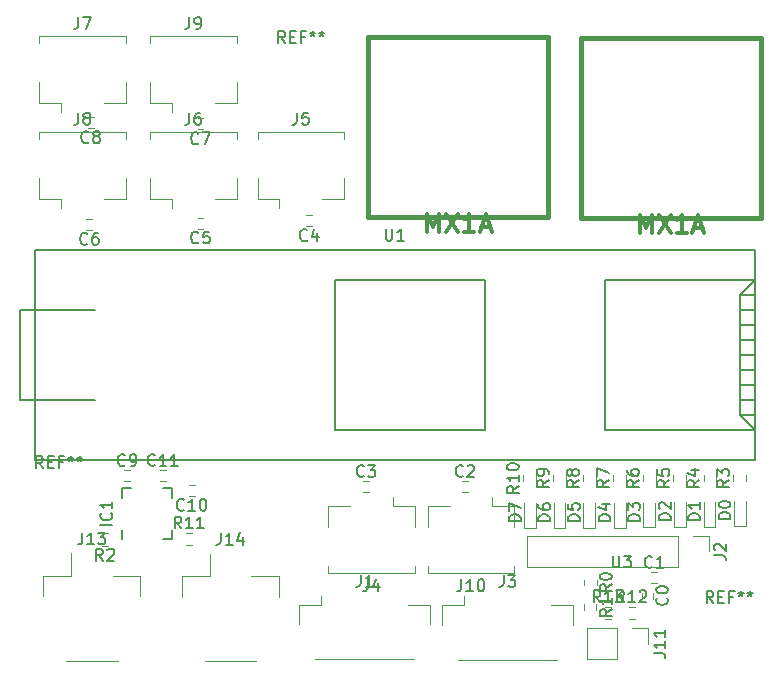
<source format=gbr>
G04 #@! TF.FileFunction,Legend,Top*
%FSLAX46Y46*%
G04 Gerber Fmt 4.6, Leading zero omitted, Abs format (unit mm)*
G04 Created by KiCad (PCBNEW 4.0.7) date Saturday, March 17, 2018 'PMt' 06:12:54 PM*
%MOMM*%
%LPD*%
G01*
G04 APERTURE LIST*
%ADD10C,0.100000*%
%ADD11C,0.381000*%
%ADD12C,0.120000*%
%ADD13C,0.150000*%
%ADD14C,0.304800*%
G04 APERTURE END LIST*
D10*
D11*
X125958600Y-78526640D02*
X110718600Y-78526640D01*
X110718600Y-78526640D02*
X110718600Y-63286640D01*
X110718600Y-63286640D02*
X125958600Y-63286640D01*
X125958600Y-63286640D02*
X125958600Y-78526640D01*
X107939840Y-78450440D02*
X92699840Y-78450440D01*
X92699840Y-78450440D02*
X92699840Y-63210440D01*
X92699840Y-63210440D02*
X107939840Y-63210440D01*
X107939840Y-63210440D02*
X107939840Y-78450440D01*
D12*
X65201520Y-110594960D02*
X65201520Y-108894960D01*
X65201520Y-108894960D02*
X67551520Y-108894960D01*
X67551520Y-108894960D02*
X67551520Y-106954960D01*
X73421520Y-110594960D02*
X73421520Y-108894960D01*
X73421520Y-108894960D02*
X71071520Y-108894960D01*
X67121520Y-116064960D02*
X71501520Y-116064960D01*
X76926160Y-110615280D02*
X76926160Y-108915280D01*
X76926160Y-108915280D02*
X79276160Y-108915280D01*
X79276160Y-108915280D02*
X79276160Y-106975280D01*
X85146160Y-110615280D02*
X85146160Y-108915280D01*
X85146160Y-108915280D02*
X82796160Y-108915280D01*
X78846160Y-116085280D02*
X83226160Y-116085280D01*
X123665360Y-104622120D02*
X124665360Y-104622120D01*
X124665360Y-104622120D02*
X124665360Y-102522120D01*
X123665360Y-104622120D02*
X123665360Y-102522120D01*
X121094880Y-104705940D02*
X122094880Y-104705940D01*
X122094880Y-104705940D02*
X122094880Y-102605940D01*
X121094880Y-104705940D02*
X121094880Y-102605940D01*
X118608220Y-104705940D02*
X119608220Y-104705940D01*
X119608220Y-104705940D02*
X119608220Y-102605940D01*
X118608220Y-104705940D02*
X118608220Y-102605940D01*
X116009800Y-104761820D02*
X117009800Y-104761820D01*
X117009800Y-104761820D02*
X117009800Y-102661820D01*
X116009800Y-104761820D02*
X116009800Y-102661820D01*
X113500000Y-104800000D02*
X114500000Y-104800000D01*
X114500000Y-104800000D02*
X114500000Y-102700000D01*
X113500000Y-104800000D02*
X113500000Y-102700000D01*
X110900000Y-104800000D02*
X111900000Y-104800000D01*
X111900000Y-104800000D02*
X111900000Y-102700000D01*
X110900000Y-104800000D02*
X110900000Y-102700000D01*
X108400000Y-104800000D02*
X109400000Y-104800000D01*
X109400000Y-104800000D02*
X109400000Y-102700000D01*
X108400000Y-104800000D02*
X108400000Y-102700000D01*
X105900000Y-104800000D02*
X106900000Y-104800000D01*
X106900000Y-104800000D02*
X106900000Y-102700000D01*
X105900000Y-104800000D02*
X105900000Y-102700000D01*
X86860040Y-112973200D02*
X86860040Y-111323200D01*
X86860040Y-111323200D02*
X88710040Y-111323200D01*
X88710040Y-111323200D02*
X88710040Y-110533200D01*
X97930040Y-112973200D02*
X97930040Y-111323200D01*
X97930040Y-111323200D02*
X96080040Y-111323200D01*
X88180040Y-115943200D02*
X96610040Y-115943200D01*
X106170000Y-105470000D02*
X106170000Y-108130000D01*
X118930000Y-105470000D02*
X106170000Y-105470000D01*
X118930000Y-108130000D02*
X106170000Y-108130000D01*
X118930000Y-105470000D02*
X118930000Y-108130000D01*
X120200000Y-105470000D02*
X121530000Y-105470000D01*
X121530000Y-105470000D02*
X121530000Y-106800000D01*
X98960600Y-112983360D02*
X98960600Y-111333360D01*
X98960600Y-111333360D02*
X100810600Y-111333360D01*
X100810600Y-111333360D02*
X100810600Y-110543360D01*
X110030600Y-112983360D02*
X110030600Y-111333360D01*
X110030600Y-111333360D02*
X108180600Y-111333360D01*
X100280600Y-115953360D02*
X108710600Y-115953360D01*
X111207240Y-113264640D02*
X111207240Y-115924640D01*
X113807240Y-113264640D02*
X111207240Y-113264640D01*
X113807240Y-115924640D02*
X111207240Y-115924640D01*
X113807240Y-113264640D02*
X113807240Y-115924640D01*
X115077240Y-113264640D02*
X116407240Y-113264640D01*
X116407240Y-113264640D02*
X116407240Y-114594640D01*
D13*
X71824960Y-101461680D02*
X72599960Y-101461680D01*
X76124960Y-105761680D02*
X75349960Y-105761680D01*
X76124960Y-101461680D02*
X75349960Y-101461680D01*
X71824960Y-105761680D02*
X71824960Y-104986680D01*
X76124960Y-105761680D02*
X76124960Y-104986680D01*
X76124960Y-101461680D02*
X76124960Y-102236680D01*
X71824960Y-101461680D02*
X71824960Y-102236680D01*
D12*
X116820000Y-110800000D02*
X116820000Y-110300000D01*
X115880000Y-110300000D02*
X115880000Y-110800000D01*
X117150000Y-108530000D02*
X116650000Y-108530000D01*
X116650000Y-109470000D02*
X117150000Y-109470000D01*
X101150000Y-100830000D02*
X100650000Y-100830000D01*
X100650000Y-101770000D02*
X101150000Y-101770000D01*
X92750000Y-100830000D02*
X92250000Y-100830000D01*
X92250000Y-101770000D02*
X92750000Y-101770000D01*
X87450000Y-79270000D02*
X87950000Y-79270000D01*
X87950000Y-78330000D02*
X87450000Y-78330000D01*
X78250000Y-79470000D02*
X78750000Y-79470000D01*
X78750000Y-78530000D02*
X78250000Y-78530000D01*
X68850000Y-79570000D02*
X69350000Y-79570000D01*
X69350000Y-78630000D02*
X68850000Y-78630000D01*
X78250000Y-71070000D02*
X78750000Y-71070000D01*
X78750000Y-70130000D02*
X78250000Y-70130000D01*
X68950000Y-70970000D02*
X69450000Y-70970000D01*
X69450000Y-70030000D02*
X68950000Y-70030000D01*
X72533320Y-99920960D02*
X72033320Y-99920960D01*
X72033320Y-100860960D02*
X72533320Y-100860960D01*
X77499400Y-102095400D02*
X77999400Y-102095400D01*
X77999400Y-101155400D02*
X77499400Y-101155400D01*
X75545760Y-99915880D02*
X75045760Y-99915880D01*
X75045760Y-100855880D02*
X75545760Y-100855880D01*
X112042520Y-109676200D02*
X112042520Y-109176200D01*
X110982520Y-109176200D02*
X110982520Y-109676200D01*
X112030000Y-111750000D02*
X112030000Y-111250000D01*
X110970000Y-111250000D02*
X110970000Y-111750000D01*
X70158800Y-106295600D02*
X70658800Y-106295600D01*
X70658800Y-105235600D02*
X70158800Y-105235600D01*
X123607420Y-100361940D02*
X123607420Y-100861940D01*
X124667420Y-100861940D02*
X124667420Y-100361940D01*
X121092820Y-100334000D02*
X121092820Y-100834000D01*
X122152820Y-100834000D02*
X122152820Y-100334000D01*
X118550280Y-100334000D02*
X118550280Y-100834000D01*
X119610280Y-100834000D02*
X119610280Y-100334000D01*
X115979800Y-100334000D02*
X115979800Y-100834000D01*
X117039800Y-100834000D02*
X117039800Y-100334000D01*
X113437260Y-100334000D02*
X113437260Y-100834000D01*
X114497260Y-100834000D02*
X114497260Y-100334000D01*
X110894720Y-100361940D02*
X110894720Y-100861940D01*
X111954720Y-100861940D02*
X111954720Y-100361940D01*
X108352180Y-100334000D02*
X108352180Y-100834000D01*
X109412180Y-100834000D02*
X109412180Y-100334000D01*
X105809640Y-100361940D02*
X105809640Y-100861940D01*
X106869640Y-100861940D02*
X106869640Y-100361940D01*
X77770800Y-105215280D02*
X77270800Y-105215280D01*
X77270800Y-106275280D02*
X77770800Y-106275280D01*
D13*
X102549960Y-96535240D02*
X102549960Y-83835240D01*
X89849960Y-83835240D02*
X89849960Y-96535240D01*
X89849960Y-96535240D02*
X102549960Y-96535240D01*
X89849960Y-83835240D02*
X102549960Y-83835240D01*
X124139960Y-95265240D02*
X125409960Y-95265240D01*
X124139960Y-93995240D02*
X125409960Y-93995240D01*
X124139960Y-92725240D02*
X125409960Y-92725240D01*
X124139960Y-91455240D02*
X125409960Y-91455240D01*
X124139960Y-90185240D02*
X125409960Y-90185240D01*
X124139960Y-88915240D02*
X125409960Y-88915240D01*
X124139960Y-87645240D02*
X125409960Y-87645240D01*
X124139960Y-86375240D02*
X125409960Y-86375240D01*
X124139960Y-85105240D02*
X125409960Y-85105240D01*
X125409960Y-96535240D02*
X124139960Y-95265240D01*
X124139960Y-95265240D02*
X124139960Y-85105240D01*
X124139960Y-85105240D02*
X125409960Y-83835240D01*
X125409960Y-83835240D02*
X112709960Y-83835240D01*
X112709960Y-83835240D02*
X112709960Y-96535240D01*
X112709960Y-96535240D02*
X125409960Y-96535240D01*
X125409960Y-81295240D02*
X64449960Y-81295240D01*
X64449960Y-99075240D02*
X125409960Y-99075240D01*
X64449960Y-93995240D02*
X63179960Y-93995240D01*
X63179960Y-93995240D02*
X63179960Y-86375240D01*
X63179960Y-86375240D02*
X64449960Y-86375240D01*
X69529960Y-86375240D02*
X64449960Y-86375240D01*
X69529960Y-93995240D02*
X64449960Y-93995240D01*
X125409960Y-81295240D02*
X125409960Y-99075240D01*
X64449960Y-99075240D02*
X64449960Y-81295240D01*
D12*
X96660000Y-104740000D02*
X96660000Y-102940000D01*
X96660000Y-102940000D02*
X94810000Y-102940000D01*
X94810000Y-102940000D02*
X94810000Y-102200000D01*
X89340000Y-104740000D02*
X89340000Y-102940000D01*
X89340000Y-102940000D02*
X91190000Y-102940000D01*
X96660000Y-108060000D02*
X96660000Y-108610000D01*
X96660000Y-108610000D02*
X89340000Y-108610000D01*
X89340000Y-108610000D02*
X89340000Y-108060000D01*
X83340000Y-75160000D02*
X83340000Y-76960000D01*
X83340000Y-76960000D02*
X85190000Y-76960000D01*
X85190000Y-76960000D02*
X85190000Y-77700000D01*
X90660000Y-75160000D02*
X90660000Y-76960000D01*
X90660000Y-76960000D02*
X88810000Y-76960000D01*
X83340000Y-71840000D02*
X83340000Y-71290000D01*
X83340000Y-71290000D02*
X90660000Y-71290000D01*
X90660000Y-71290000D02*
X90660000Y-71840000D01*
X74240000Y-75160000D02*
X74240000Y-76960000D01*
X74240000Y-76960000D02*
X76090000Y-76960000D01*
X76090000Y-76960000D02*
X76090000Y-77700000D01*
X81560000Y-75160000D02*
X81560000Y-76960000D01*
X81560000Y-76960000D02*
X79710000Y-76960000D01*
X74240000Y-71840000D02*
X74240000Y-71290000D01*
X74240000Y-71290000D02*
X81560000Y-71290000D01*
X81560000Y-71290000D02*
X81560000Y-71840000D01*
X64840000Y-67060000D02*
X64840000Y-68860000D01*
X64840000Y-68860000D02*
X66690000Y-68860000D01*
X66690000Y-68860000D02*
X66690000Y-69600000D01*
X72160000Y-67060000D02*
X72160000Y-68860000D01*
X72160000Y-68860000D02*
X70310000Y-68860000D01*
X64840000Y-63740000D02*
X64840000Y-63190000D01*
X64840000Y-63190000D02*
X72160000Y-63190000D01*
X72160000Y-63190000D02*
X72160000Y-63740000D01*
X64840000Y-75160000D02*
X64840000Y-76960000D01*
X64840000Y-76960000D02*
X66690000Y-76960000D01*
X66690000Y-76960000D02*
X66690000Y-77700000D01*
X72160000Y-75160000D02*
X72160000Y-76960000D01*
X72160000Y-76960000D02*
X70310000Y-76960000D01*
X64840000Y-71840000D02*
X64840000Y-71290000D01*
X64840000Y-71290000D02*
X72160000Y-71290000D01*
X72160000Y-71290000D02*
X72160000Y-71840000D01*
X74240000Y-67060000D02*
X74240000Y-68860000D01*
X74240000Y-68860000D02*
X76090000Y-68860000D01*
X76090000Y-68860000D02*
X76090000Y-69600000D01*
X81560000Y-67060000D02*
X81560000Y-68860000D01*
X81560000Y-68860000D02*
X79710000Y-68860000D01*
X74240000Y-63740000D02*
X74240000Y-63190000D01*
X74240000Y-63190000D02*
X81560000Y-63190000D01*
X81560000Y-63190000D02*
X81560000Y-63740000D01*
X105060000Y-104740000D02*
X105060000Y-102940000D01*
X105060000Y-102940000D02*
X103210000Y-102940000D01*
X103210000Y-102940000D02*
X103210000Y-102200000D01*
X97740000Y-104740000D02*
X97740000Y-102940000D01*
X97740000Y-102940000D02*
X99590000Y-102940000D01*
X105060000Y-108060000D02*
X105060000Y-108610000D01*
X105060000Y-108610000D02*
X97740000Y-108610000D01*
X97740000Y-108610000D02*
X97740000Y-108060000D01*
X115250000Y-111470000D02*
X114750000Y-111470000D01*
X114750000Y-112530000D02*
X115250000Y-112530000D01*
X113250000Y-111470000D02*
X112750000Y-111470000D01*
X112750000Y-112530000D02*
X113250000Y-112530000D01*
D13*
X113387135Y-107142061D02*
X113387135Y-107951585D01*
X113434754Y-108046823D01*
X113482373Y-108094442D01*
X113577611Y-108142061D01*
X113768088Y-108142061D01*
X113863326Y-108094442D01*
X113910945Y-108046823D01*
X113958564Y-107951585D01*
X113958564Y-107142061D01*
X114339516Y-107142061D02*
X114958564Y-107142061D01*
X114625230Y-107523013D01*
X114768088Y-107523013D01*
X114863326Y-107570632D01*
X114910945Y-107618251D01*
X114958564Y-107713490D01*
X114958564Y-107951585D01*
X114910945Y-108046823D01*
X114863326Y-108094442D01*
X114768088Y-108142061D01*
X114482373Y-108142061D01*
X114387135Y-108094442D01*
X114339516Y-108046823D01*
D14*
X115726028Y-79851069D02*
X115726028Y-78327069D01*
X116234028Y-79415640D01*
X116742028Y-78327069D01*
X116742028Y-79851069D01*
X117322599Y-78327069D02*
X118338599Y-79851069D01*
X118338599Y-78327069D02*
X117322599Y-79851069D01*
X119717457Y-79851069D02*
X118846600Y-79851069D01*
X119282028Y-79851069D02*
X119282028Y-78327069D01*
X119136885Y-78544783D01*
X118991743Y-78689926D01*
X118846600Y-78762497D01*
X120298029Y-79415640D02*
X121023743Y-79415640D01*
X120152886Y-79851069D02*
X120660886Y-78327069D01*
X121168886Y-79851069D01*
X97707268Y-79774869D02*
X97707268Y-78250869D01*
X98215268Y-79339440D01*
X98723268Y-78250869D01*
X98723268Y-79774869D01*
X99303839Y-78250869D02*
X100319839Y-79774869D01*
X100319839Y-78250869D02*
X99303839Y-79774869D01*
X101698697Y-79774869D02*
X100827840Y-79774869D01*
X101263268Y-79774869D02*
X101263268Y-78250869D01*
X101118125Y-78468583D01*
X100972983Y-78613726D01*
X100827840Y-78686297D01*
X102279269Y-79339440D02*
X103004983Y-79339440D01*
X102134126Y-79774869D02*
X102642126Y-78250869D01*
X103150126Y-79774869D01*
D13*
X68501997Y-105207341D02*
X68501997Y-105921627D01*
X68454377Y-106064484D01*
X68359139Y-106159722D01*
X68216282Y-106207341D01*
X68121044Y-106207341D01*
X69501997Y-106207341D02*
X68930568Y-106207341D01*
X69216282Y-106207341D02*
X69216282Y-105207341D01*
X69121044Y-105350198D01*
X69025806Y-105445436D01*
X68930568Y-105493055D01*
X69835330Y-105207341D02*
X70454378Y-105207341D01*
X70121044Y-105588293D01*
X70263902Y-105588293D01*
X70359140Y-105635912D01*
X70406759Y-105683531D01*
X70454378Y-105778770D01*
X70454378Y-106016865D01*
X70406759Y-106112103D01*
X70359140Y-106159722D01*
X70263902Y-106207341D01*
X69978187Y-106207341D01*
X69882949Y-106159722D01*
X69835330Y-106112103D01*
X80226637Y-105227661D02*
X80226637Y-105941947D01*
X80179017Y-106084804D01*
X80083779Y-106180042D01*
X79940922Y-106227661D01*
X79845684Y-106227661D01*
X81226637Y-106227661D02*
X80655208Y-106227661D01*
X80940922Y-106227661D02*
X80940922Y-105227661D01*
X80845684Y-105370518D01*
X80750446Y-105465756D01*
X80655208Y-105513375D01*
X82083780Y-105560994D02*
X82083780Y-106227661D01*
X81845684Y-105180042D02*
X81607589Y-105894328D01*
X82226637Y-105894328D01*
X123367741Y-104060215D02*
X122367741Y-104060215D01*
X122367741Y-103822120D01*
X122415360Y-103679262D01*
X122510598Y-103584024D01*
X122605836Y-103536405D01*
X122796312Y-103488786D01*
X122939170Y-103488786D01*
X123129646Y-103536405D01*
X123224884Y-103584024D01*
X123320122Y-103679262D01*
X123367741Y-103822120D01*
X123367741Y-104060215D01*
X122367741Y-102869739D02*
X122367741Y-102774500D01*
X122415360Y-102679262D01*
X122462979Y-102631643D01*
X122558217Y-102584024D01*
X122748693Y-102536405D01*
X122986789Y-102536405D01*
X123177265Y-102584024D01*
X123272503Y-102631643D01*
X123320122Y-102679262D01*
X123367741Y-102774500D01*
X123367741Y-102869739D01*
X123320122Y-102964977D01*
X123272503Y-103012596D01*
X123177265Y-103060215D01*
X122986789Y-103107834D01*
X122748693Y-103107834D01*
X122558217Y-103060215D01*
X122462979Y-103012596D01*
X122415360Y-102964977D01*
X122367741Y-102869739D01*
X120797261Y-104144035D02*
X119797261Y-104144035D01*
X119797261Y-103905940D01*
X119844880Y-103763082D01*
X119940118Y-103667844D01*
X120035356Y-103620225D01*
X120225832Y-103572606D01*
X120368690Y-103572606D01*
X120559166Y-103620225D01*
X120654404Y-103667844D01*
X120749642Y-103763082D01*
X120797261Y-103905940D01*
X120797261Y-104144035D01*
X120797261Y-102620225D02*
X120797261Y-103191654D01*
X120797261Y-102905940D02*
X119797261Y-102905940D01*
X119940118Y-103001178D01*
X120035356Y-103096416D01*
X120082975Y-103191654D01*
X118310601Y-104144035D02*
X117310601Y-104144035D01*
X117310601Y-103905940D01*
X117358220Y-103763082D01*
X117453458Y-103667844D01*
X117548696Y-103620225D01*
X117739172Y-103572606D01*
X117882030Y-103572606D01*
X118072506Y-103620225D01*
X118167744Y-103667844D01*
X118262982Y-103763082D01*
X118310601Y-103905940D01*
X118310601Y-104144035D01*
X117405839Y-103191654D02*
X117358220Y-103144035D01*
X117310601Y-103048797D01*
X117310601Y-102810701D01*
X117358220Y-102715463D01*
X117405839Y-102667844D01*
X117501077Y-102620225D01*
X117596315Y-102620225D01*
X117739172Y-102667844D01*
X118310601Y-103239273D01*
X118310601Y-102620225D01*
X115712181Y-104199915D02*
X114712181Y-104199915D01*
X114712181Y-103961820D01*
X114759800Y-103818962D01*
X114855038Y-103723724D01*
X114950276Y-103676105D01*
X115140752Y-103628486D01*
X115283610Y-103628486D01*
X115474086Y-103676105D01*
X115569324Y-103723724D01*
X115664562Y-103818962D01*
X115712181Y-103961820D01*
X115712181Y-104199915D01*
X114712181Y-103295153D02*
X114712181Y-102676105D01*
X115093133Y-103009439D01*
X115093133Y-102866581D01*
X115140752Y-102771343D01*
X115188371Y-102723724D01*
X115283610Y-102676105D01*
X115521705Y-102676105D01*
X115616943Y-102723724D01*
X115664562Y-102771343D01*
X115712181Y-102866581D01*
X115712181Y-103152296D01*
X115664562Y-103247534D01*
X115616943Y-103295153D01*
X113202381Y-104238095D02*
X112202381Y-104238095D01*
X112202381Y-104000000D01*
X112250000Y-103857142D01*
X112345238Y-103761904D01*
X112440476Y-103714285D01*
X112630952Y-103666666D01*
X112773810Y-103666666D01*
X112964286Y-103714285D01*
X113059524Y-103761904D01*
X113154762Y-103857142D01*
X113202381Y-104000000D01*
X113202381Y-104238095D01*
X112535714Y-102809523D02*
X113202381Y-102809523D01*
X112154762Y-103047619D02*
X112869048Y-103285714D01*
X112869048Y-102666666D01*
X110602381Y-104238095D02*
X109602381Y-104238095D01*
X109602381Y-104000000D01*
X109650000Y-103857142D01*
X109745238Y-103761904D01*
X109840476Y-103714285D01*
X110030952Y-103666666D01*
X110173810Y-103666666D01*
X110364286Y-103714285D01*
X110459524Y-103761904D01*
X110554762Y-103857142D01*
X110602381Y-104000000D01*
X110602381Y-104238095D01*
X109602381Y-102761904D02*
X109602381Y-103238095D01*
X110078571Y-103285714D01*
X110030952Y-103238095D01*
X109983333Y-103142857D01*
X109983333Y-102904761D01*
X110030952Y-102809523D01*
X110078571Y-102761904D01*
X110173810Y-102714285D01*
X110411905Y-102714285D01*
X110507143Y-102761904D01*
X110554762Y-102809523D01*
X110602381Y-102904761D01*
X110602381Y-103142857D01*
X110554762Y-103238095D01*
X110507143Y-103285714D01*
X108102381Y-104238095D02*
X107102381Y-104238095D01*
X107102381Y-104000000D01*
X107150000Y-103857142D01*
X107245238Y-103761904D01*
X107340476Y-103714285D01*
X107530952Y-103666666D01*
X107673810Y-103666666D01*
X107864286Y-103714285D01*
X107959524Y-103761904D01*
X108054762Y-103857142D01*
X108102381Y-104000000D01*
X108102381Y-104238095D01*
X107102381Y-102809523D02*
X107102381Y-103000000D01*
X107150000Y-103095238D01*
X107197619Y-103142857D01*
X107340476Y-103238095D01*
X107530952Y-103285714D01*
X107911905Y-103285714D01*
X108007143Y-103238095D01*
X108054762Y-103190476D01*
X108102381Y-103095238D01*
X108102381Y-102904761D01*
X108054762Y-102809523D01*
X108007143Y-102761904D01*
X107911905Y-102714285D01*
X107673810Y-102714285D01*
X107578571Y-102761904D01*
X107530952Y-102809523D01*
X107483333Y-102904761D01*
X107483333Y-103095238D01*
X107530952Y-103190476D01*
X107578571Y-103238095D01*
X107673810Y-103285714D01*
X105602381Y-104238095D02*
X104602381Y-104238095D01*
X104602381Y-104000000D01*
X104650000Y-103857142D01*
X104745238Y-103761904D01*
X104840476Y-103714285D01*
X105030952Y-103666666D01*
X105173810Y-103666666D01*
X105364286Y-103714285D01*
X105459524Y-103761904D01*
X105554762Y-103857142D01*
X105602381Y-104000000D01*
X105602381Y-104238095D01*
X104602381Y-103333333D02*
X104602381Y-102666666D01*
X105602381Y-103095238D01*
X92061707Y-108785581D02*
X92061707Y-109499867D01*
X92014087Y-109642724D01*
X91918849Y-109737962D01*
X91775992Y-109785581D01*
X91680754Y-109785581D01*
X93061707Y-109785581D02*
X92490278Y-109785581D01*
X92775992Y-109785581D02*
X92775992Y-108785581D01*
X92680754Y-108928438D01*
X92585516Y-109023676D01*
X92490278Y-109071295D01*
X121982381Y-107133333D02*
X122696667Y-107133333D01*
X122839524Y-107180953D01*
X122934762Y-107276191D01*
X122982381Y-107419048D01*
X122982381Y-107514286D01*
X122077619Y-106704762D02*
X122030000Y-106657143D01*
X121982381Y-106561905D01*
X121982381Y-106323809D01*
X122030000Y-106228571D01*
X122077619Y-106180952D01*
X122172857Y-106133333D01*
X122268095Y-106133333D01*
X122410952Y-106180952D01*
X122982381Y-106752381D01*
X122982381Y-106133333D01*
X104162267Y-108795741D02*
X104162267Y-109510027D01*
X104114647Y-109652884D01*
X104019409Y-109748122D01*
X103876552Y-109795741D01*
X103781314Y-109795741D01*
X104543219Y-108795741D02*
X105162267Y-108795741D01*
X104828933Y-109176693D01*
X104971791Y-109176693D01*
X105067029Y-109224312D01*
X105114648Y-109271931D01*
X105162267Y-109367170D01*
X105162267Y-109605265D01*
X105114648Y-109700503D01*
X105067029Y-109748122D01*
X104971791Y-109795741D01*
X104686076Y-109795741D01*
X104590838Y-109748122D01*
X104543219Y-109700503D01*
X116859621Y-115404163D02*
X117573907Y-115404163D01*
X117716764Y-115451783D01*
X117812002Y-115547021D01*
X117859621Y-115689878D01*
X117859621Y-115785116D01*
X117859621Y-114404163D02*
X117859621Y-114975592D01*
X117859621Y-114689878D02*
X116859621Y-114689878D01*
X117002478Y-114785116D01*
X117097716Y-114880354D01*
X117145335Y-114975592D01*
X117859621Y-113451782D02*
X117859621Y-114023211D01*
X117859621Y-113737497D02*
X116859621Y-113737497D01*
X117002478Y-113832735D01*
X117097716Y-113927973D01*
X117145335Y-114023211D01*
X71027341Y-104587870D02*
X70027341Y-104587870D01*
X70932103Y-103540251D02*
X70979722Y-103587870D01*
X71027341Y-103730727D01*
X71027341Y-103825965D01*
X70979722Y-103968823D01*
X70884484Y-104064061D01*
X70789246Y-104111680D01*
X70598770Y-104159299D01*
X70455912Y-104159299D01*
X70265436Y-104111680D01*
X70170198Y-104064061D01*
X70074960Y-103968823D01*
X70027341Y-103825965D01*
X70027341Y-103730727D01*
X70074960Y-103587870D01*
X70122579Y-103540251D01*
X71027341Y-102587870D02*
X71027341Y-103159299D01*
X71027341Y-102873585D02*
X70027341Y-102873585D01*
X70170198Y-102968823D01*
X70265436Y-103064061D01*
X70313055Y-103159299D01*
X117977143Y-110716666D02*
X118024762Y-110764285D01*
X118072381Y-110907142D01*
X118072381Y-111002380D01*
X118024762Y-111145238D01*
X117929524Y-111240476D01*
X117834286Y-111288095D01*
X117643810Y-111335714D01*
X117500952Y-111335714D01*
X117310476Y-111288095D01*
X117215238Y-111240476D01*
X117120000Y-111145238D01*
X117072381Y-111002380D01*
X117072381Y-110907142D01*
X117120000Y-110764285D01*
X117167619Y-110716666D01*
X117072381Y-110097619D02*
X117072381Y-110002380D01*
X117120000Y-109907142D01*
X117167619Y-109859523D01*
X117262857Y-109811904D01*
X117453333Y-109764285D01*
X117691429Y-109764285D01*
X117881905Y-109811904D01*
X117977143Y-109859523D01*
X118024762Y-109907142D01*
X118072381Y-110002380D01*
X118072381Y-110097619D01*
X118024762Y-110192857D01*
X117977143Y-110240476D01*
X117881905Y-110288095D01*
X117691429Y-110335714D01*
X117453333Y-110335714D01*
X117262857Y-110288095D01*
X117167619Y-110240476D01*
X117120000Y-110192857D01*
X117072381Y-110097619D01*
X116733334Y-108087143D02*
X116685715Y-108134762D01*
X116542858Y-108182381D01*
X116447620Y-108182381D01*
X116304762Y-108134762D01*
X116209524Y-108039524D01*
X116161905Y-107944286D01*
X116114286Y-107753810D01*
X116114286Y-107610952D01*
X116161905Y-107420476D01*
X116209524Y-107325238D01*
X116304762Y-107230000D01*
X116447620Y-107182381D01*
X116542858Y-107182381D01*
X116685715Y-107230000D01*
X116733334Y-107277619D01*
X117685715Y-108182381D02*
X117114286Y-108182381D01*
X117400000Y-108182381D02*
X117400000Y-107182381D01*
X117304762Y-107325238D01*
X117209524Y-107420476D01*
X117114286Y-107468095D01*
X100733334Y-100387143D02*
X100685715Y-100434762D01*
X100542858Y-100482381D01*
X100447620Y-100482381D01*
X100304762Y-100434762D01*
X100209524Y-100339524D01*
X100161905Y-100244286D01*
X100114286Y-100053810D01*
X100114286Y-99910952D01*
X100161905Y-99720476D01*
X100209524Y-99625238D01*
X100304762Y-99530000D01*
X100447620Y-99482381D01*
X100542858Y-99482381D01*
X100685715Y-99530000D01*
X100733334Y-99577619D01*
X101114286Y-99577619D02*
X101161905Y-99530000D01*
X101257143Y-99482381D01*
X101495239Y-99482381D01*
X101590477Y-99530000D01*
X101638096Y-99577619D01*
X101685715Y-99672857D01*
X101685715Y-99768095D01*
X101638096Y-99910952D01*
X101066667Y-100482381D01*
X101685715Y-100482381D01*
X92333334Y-100387143D02*
X92285715Y-100434762D01*
X92142858Y-100482381D01*
X92047620Y-100482381D01*
X91904762Y-100434762D01*
X91809524Y-100339524D01*
X91761905Y-100244286D01*
X91714286Y-100053810D01*
X91714286Y-99910952D01*
X91761905Y-99720476D01*
X91809524Y-99625238D01*
X91904762Y-99530000D01*
X92047620Y-99482381D01*
X92142858Y-99482381D01*
X92285715Y-99530000D01*
X92333334Y-99577619D01*
X92666667Y-99482381D02*
X93285715Y-99482381D01*
X92952381Y-99863333D01*
X93095239Y-99863333D01*
X93190477Y-99910952D01*
X93238096Y-99958571D01*
X93285715Y-100053810D01*
X93285715Y-100291905D01*
X93238096Y-100387143D01*
X93190477Y-100434762D01*
X93095239Y-100482381D01*
X92809524Y-100482381D01*
X92714286Y-100434762D01*
X92666667Y-100387143D01*
X87533334Y-80427143D02*
X87485715Y-80474762D01*
X87342858Y-80522381D01*
X87247620Y-80522381D01*
X87104762Y-80474762D01*
X87009524Y-80379524D01*
X86961905Y-80284286D01*
X86914286Y-80093810D01*
X86914286Y-79950952D01*
X86961905Y-79760476D01*
X87009524Y-79665238D01*
X87104762Y-79570000D01*
X87247620Y-79522381D01*
X87342858Y-79522381D01*
X87485715Y-79570000D01*
X87533334Y-79617619D01*
X88390477Y-79855714D02*
X88390477Y-80522381D01*
X88152381Y-79474762D02*
X87914286Y-80189048D01*
X88533334Y-80189048D01*
X78333334Y-80627143D02*
X78285715Y-80674762D01*
X78142858Y-80722381D01*
X78047620Y-80722381D01*
X77904762Y-80674762D01*
X77809524Y-80579524D01*
X77761905Y-80484286D01*
X77714286Y-80293810D01*
X77714286Y-80150952D01*
X77761905Y-79960476D01*
X77809524Y-79865238D01*
X77904762Y-79770000D01*
X78047620Y-79722381D01*
X78142858Y-79722381D01*
X78285715Y-79770000D01*
X78333334Y-79817619D01*
X79238096Y-79722381D02*
X78761905Y-79722381D01*
X78714286Y-80198571D01*
X78761905Y-80150952D01*
X78857143Y-80103333D01*
X79095239Y-80103333D01*
X79190477Y-80150952D01*
X79238096Y-80198571D01*
X79285715Y-80293810D01*
X79285715Y-80531905D01*
X79238096Y-80627143D01*
X79190477Y-80674762D01*
X79095239Y-80722381D01*
X78857143Y-80722381D01*
X78761905Y-80674762D01*
X78714286Y-80627143D01*
X68933334Y-80727143D02*
X68885715Y-80774762D01*
X68742858Y-80822381D01*
X68647620Y-80822381D01*
X68504762Y-80774762D01*
X68409524Y-80679524D01*
X68361905Y-80584286D01*
X68314286Y-80393810D01*
X68314286Y-80250952D01*
X68361905Y-80060476D01*
X68409524Y-79965238D01*
X68504762Y-79870000D01*
X68647620Y-79822381D01*
X68742858Y-79822381D01*
X68885715Y-79870000D01*
X68933334Y-79917619D01*
X69790477Y-79822381D02*
X69600000Y-79822381D01*
X69504762Y-79870000D01*
X69457143Y-79917619D01*
X69361905Y-80060476D01*
X69314286Y-80250952D01*
X69314286Y-80631905D01*
X69361905Y-80727143D01*
X69409524Y-80774762D01*
X69504762Y-80822381D01*
X69695239Y-80822381D01*
X69790477Y-80774762D01*
X69838096Y-80727143D01*
X69885715Y-80631905D01*
X69885715Y-80393810D01*
X69838096Y-80298571D01*
X69790477Y-80250952D01*
X69695239Y-80203333D01*
X69504762Y-80203333D01*
X69409524Y-80250952D01*
X69361905Y-80298571D01*
X69314286Y-80393810D01*
X78333334Y-72227143D02*
X78285715Y-72274762D01*
X78142858Y-72322381D01*
X78047620Y-72322381D01*
X77904762Y-72274762D01*
X77809524Y-72179524D01*
X77761905Y-72084286D01*
X77714286Y-71893810D01*
X77714286Y-71750952D01*
X77761905Y-71560476D01*
X77809524Y-71465238D01*
X77904762Y-71370000D01*
X78047620Y-71322381D01*
X78142858Y-71322381D01*
X78285715Y-71370000D01*
X78333334Y-71417619D01*
X78666667Y-71322381D02*
X79333334Y-71322381D01*
X78904762Y-72322381D01*
X69033334Y-72127143D02*
X68985715Y-72174762D01*
X68842858Y-72222381D01*
X68747620Y-72222381D01*
X68604762Y-72174762D01*
X68509524Y-72079524D01*
X68461905Y-71984286D01*
X68414286Y-71793810D01*
X68414286Y-71650952D01*
X68461905Y-71460476D01*
X68509524Y-71365238D01*
X68604762Y-71270000D01*
X68747620Y-71222381D01*
X68842858Y-71222381D01*
X68985715Y-71270000D01*
X69033334Y-71317619D01*
X69604762Y-71650952D02*
X69509524Y-71603333D01*
X69461905Y-71555714D01*
X69414286Y-71460476D01*
X69414286Y-71412857D01*
X69461905Y-71317619D01*
X69509524Y-71270000D01*
X69604762Y-71222381D01*
X69795239Y-71222381D01*
X69890477Y-71270000D01*
X69938096Y-71317619D01*
X69985715Y-71412857D01*
X69985715Y-71460476D01*
X69938096Y-71555714D01*
X69890477Y-71603333D01*
X69795239Y-71650952D01*
X69604762Y-71650952D01*
X69509524Y-71698571D01*
X69461905Y-71746190D01*
X69414286Y-71841429D01*
X69414286Y-72031905D01*
X69461905Y-72127143D01*
X69509524Y-72174762D01*
X69604762Y-72222381D01*
X69795239Y-72222381D01*
X69890477Y-72174762D01*
X69938096Y-72127143D01*
X69985715Y-72031905D01*
X69985715Y-71841429D01*
X69938096Y-71746190D01*
X69890477Y-71698571D01*
X69795239Y-71650952D01*
X72116654Y-99478103D02*
X72069035Y-99525722D01*
X71926178Y-99573341D01*
X71830940Y-99573341D01*
X71688082Y-99525722D01*
X71592844Y-99430484D01*
X71545225Y-99335246D01*
X71497606Y-99144770D01*
X71497606Y-99001912D01*
X71545225Y-98811436D01*
X71592844Y-98716198D01*
X71688082Y-98620960D01*
X71830940Y-98573341D01*
X71926178Y-98573341D01*
X72069035Y-98620960D01*
X72116654Y-98668579D01*
X72592844Y-99573341D02*
X72783320Y-99573341D01*
X72878559Y-99525722D01*
X72926178Y-99478103D01*
X73021416Y-99335246D01*
X73069035Y-99144770D01*
X73069035Y-98763817D01*
X73021416Y-98668579D01*
X72973797Y-98620960D01*
X72878559Y-98573341D01*
X72688082Y-98573341D01*
X72592844Y-98620960D01*
X72545225Y-98668579D01*
X72497606Y-98763817D01*
X72497606Y-99001912D01*
X72545225Y-99097150D01*
X72592844Y-99144770D01*
X72688082Y-99192389D01*
X72878559Y-99192389D01*
X72973797Y-99144770D01*
X73021416Y-99097150D01*
X73069035Y-99001912D01*
X77106543Y-103252543D02*
X77058924Y-103300162D01*
X76916067Y-103347781D01*
X76820829Y-103347781D01*
X76677971Y-103300162D01*
X76582733Y-103204924D01*
X76535114Y-103109686D01*
X76487495Y-102919210D01*
X76487495Y-102776352D01*
X76535114Y-102585876D01*
X76582733Y-102490638D01*
X76677971Y-102395400D01*
X76820829Y-102347781D01*
X76916067Y-102347781D01*
X77058924Y-102395400D01*
X77106543Y-102443019D01*
X78058924Y-103347781D02*
X77487495Y-103347781D01*
X77773209Y-103347781D02*
X77773209Y-102347781D01*
X77677971Y-102490638D01*
X77582733Y-102585876D01*
X77487495Y-102633495D01*
X78677971Y-102347781D02*
X78773210Y-102347781D01*
X78868448Y-102395400D01*
X78916067Y-102443019D01*
X78963686Y-102538257D01*
X79011305Y-102728733D01*
X79011305Y-102966829D01*
X78963686Y-103157305D01*
X78916067Y-103252543D01*
X78868448Y-103300162D01*
X78773210Y-103347781D01*
X78677971Y-103347781D01*
X78582733Y-103300162D01*
X78535114Y-103252543D01*
X78487495Y-103157305D01*
X78439876Y-102966829D01*
X78439876Y-102728733D01*
X78487495Y-102538257D01*
X78535114Y-102443019D01*
X78582733Y-102395400D01*
X78677971Y-102347781D01*
X74652903Y-99473023D02*
X74605284Y-99520642D01*
X74462427Y-99568261D01*
X74367189Y-99568261D01*
X74224331Y-99520642D01*
X74129093Y-99425404D01*
X74081474Y-99330166D01*
X74033855Y-99139690D01*
X74033855Y-98996832D01*
X74081474Y-98806356D01*
X74129093Y-98711118D01*
X74224331Y-98615880D01*
X74367189Y-98568261D01*
X74462427Y-98568261D01*
X74605284Y-98615880D01*
X74652903Y-98663499D01*
X75605284Y-99568261D02*
X75033855Y-99568261D01*
X75319569Y-99568261D02*
X75319569Y-98568261D01*
X75224331Y-98711118D01*
X75129093Y-98806356D01*
X75033855Y-98853975D01*
X76557665Y-99568261D02*
X75986236Y-99568261D01*
X76271950Y-99568261D02*
X76271950Y-98568261D01*
X76176712Y-98711118D01*
X76081474Y-98806356D01*
X75986236Y-98853975D01*
X113314901Y-109592866D02*
X112838710Y-109926200D01*
X113314901Y-110164295D02*
X112314901Y-110164295D01*
X112314901Y-109783342D01*
X112362520Y-109688104D01*
X112410139Y-109640485D01*
X112505377Y-109592866D01*
X112648234Y-109592866D01*
X112743472Y-109640485D01*
X112791091Y-109688104D01*
X112838710Y-109783342D01*
X112838710Y-110164295D01*
X112314901Y-108973819D02*
X112314901Y-108878580D01*
X112362520Y-108783342D01*
X112410139Y-108735723D01*
X112505377Y-108688104D01*
X112695853Y-108640485D01*
X112933949Y-108640485D01*
X113124425Y-108688104D01*
X113219663Y-108735723D01*
X113267282Y-108783342D01*
X113314901Y-108878580D01*
X113314901Y-108973819D01*
X113267282Y-109069057D01*
X113219663Y-109116676D01*
X113124425Y-109164295D01*
X112933949Y-109211914D01*
X112695853Y-109211914D01*
X112505377Y-109164295D01*
X112410139Y-109116676D01*
X112362520Y-109069057D01*
X112314901Y-108973819D01*
X113302381Y-111666666D02*
X112826190Y-112000000D01*
X113302381Y-112238095D02*
X112302381Y-112238095D01*
X112302381Y-111857142D01*
X112350000Y-111761904D01*
X112397619Y-111714285D01*
X112492857Y-111666666D01*
X112635714Y-111666666D01*
X112730952Y-111714285D01*
X112778571Y-111761904D01*
X112826190Y-111857142D01*
X112826190Y-112238095D01*
X113302381Y-110714285D02*
X113302381Y-111285714D01*
X113302381Y-111000000D02*
X112302381Y-111000000D01*
X112445238Y-111095238D01*
X112540476Y-111190476D01*
X112588095Y-111285714D01*
X70242134Y-107567981D02*
X69908800Y-107091790D01*
X69670705Y-107567981D02*
X69670705Y-106567981D01*
X70051658Y-106567981D01*
X70146896Y-106615600D01*
X70194515Y-106663219D01*
X70242134Y-106758457D01*
X70242134Y-106901314D01*
X70194515Y-106996552D01*
X70146896Y-107044171D01*
X70051658Y-107091790D01*
X69670705Y-107091790D01*
X70623086Y-106663219D02*
X70670705Y-106615600D01*
X70765943Y-106567981D01*
X71004039Y-106567981D01*
X71099277Y-106615600D01*
X71146896Y-106663219D01*
X71194515Y-106758457D01*
X71194515Y-106853695D01*
X71146896Y-106996552D01*
X70575467Y-107567981D01*
X71194515Y-107567981D01*
X123239801Y-100778606D02*
X122763610Y-101111940D01*
X123239801Y-101350035D02*
X122239801Y-101350035D01*
X122239801Y-100969082D01*
X122287420Y-100873844D01*
X122335039Y-100826225D01*
X122430277Y-100778606D01*
X122573134Y-100778606D01*
X122668372Y-100826225D01*
X122715991Y-100873844D01*
X122763610Y-100969082D01*
X122763610Y-101350035D01*
X122239801Y-100445273D02*
X122239801Y-99826225D01*
X122620753Y-100159559D01*
X122620753Y-100016701D01*
X122668372Y-99921463D01*
X122715991Y-99873844D01*
X122811230Y-99826225D01*
X123049325Y-99826225D01*
X123144563Y-99873844D01*
X123192182Y-99921463D01*
X123239801Y-100016701D01*
X123239801Y-100302416D01*
X123192182Y-100397654D01*
X123144563Y-100445273D01*
X120725201Y-100750666D02*
X120249010Y-101084000D01*
X120725201Y-101322095D02*
X119725201Y-101322095D01*
X119725201Y-100941142D01*
X119772820Y-100845904D01*
X119820439Y-100798285D01*
X119915677Y-100750666D01*
X120058534Y-100750666D01*
X120153772Y-100798285D01*
X120201391Y-100845904D01*
X120249010Y-100941142D01*
X120249010Y-101322095D01*
X120058534Y-99893523D02*
X120725201Y-99893523D01*
X119677582Y-100131619D02*
X120391868Y-100369714D01*
X120391868Y-99750666D01*
X118182661Y-100750666D02*
X117706470Y-101084000D01*
X118182661Y-101322095D02*
X117182661Y-101322095D01*
X117182661Y-100941142D01*
X117230280Y-100845904D01*
X117277899Y-100798285D01*
X117373137Y-100750666D01*
X117515994Y-100750666D01*
X117611232Y-100798285D01*
X117658851Y-100845904D01*
X117706470Y-100941142D01*
X117706470Y-101322095D01*
X117182661Y-99845904D02*
X117182661Y-100322095D01*
X117658851Y-100369714D01*
X117611232Y-100322095D01*
X117563613Y-100226857D01*
X117563613Y-99988761D01*
X117611232Y-99893523D01*
X117658851Y-99845904D01*
X117754090Y-99798285D01*
X117992185Y-99798285D01*
X118087423Y-99845904D01*
X118135042Y-99893523D01*
X118182661Y-99988761D01*
X118182661Y-100226857D01*
X118135042Y-100322095D01*
X118087423Y-100369714D01*
X115612181Y-100750666D02*
X115135990Y-101084000D01*
X115612181Y-101322095D02*
X114612181Y-101322095D01*
X114612181Y-100941142D01*
X114659800Y-100845904D01*
X114707419Y-100798285D01*
X114802657Y-100750666D01*
X114945514Y-100750666D01*
X115040752Y-100798285D01*
X115088371Y-100845904D01*
X115135990Y-100941142D01*
X115135990Y-101322095D01*
X114612181Y-99893523D02*
X114612181Y-100084000D01*
X114659800Y-100179238D01*
X114707419Y-100226857D01*
X114850276Y-100322095D01*
X115040752Y-100369714D01*
X115421705Y-100369714D01*
X115516943Y-100322095D01*
X115564562Y-100274476D01*
X115612181Y-100179238D01*
X115612181Y-99988761D01*
X115564562Y-99893523D01*
X115516943Y-99845904D01*
X115421705Y-99798285D01*
X115183610Y-99798285D01*
X115088371Y-99845904D01*
X115040752Y-99893523D01*
X114993133Y-99988761D01*
X114993133Y-100179238D01*
X115040752Y-100274476D01*
X115088371Y-100322095D01*
X115183610Y-100369714D01*
X113069641Y-100750666D02*
X112593450Y-101084000D01*
X113069641Y-101322095D02*
X112069641Y-101322095D01*
X112069641Y-100941142D01*
X112117260Y-100845904D01*
X112164879Y-100798285D01*
X112260117Y-100750666D01*
X112402974Y-100750666D01*
X112498212Y-100798285D01*
X112545831Y-100845904D01*
X112593450Y-100941142D01*
X112593450Y-101322095D01*
X112069641Y-100417333D02*
X112069641Y-99750666D01*
X113069641Y-100179238D01*
X110527101Y-100778606D02*
X110050910Y-101111940D01*
X110527101Y-101350035D02*
X109527101Y-101350035D01*
X109527101Y-100969082D01*
X109574720Y-100873844D01*
X109622339Y-100826225D01*
X109717577Y-100778606D01*
X109860434Y-100778606D01*
X109955672Y-100826225D01*
X110003291Y-100873844D01*
X110050910Y-100969082D01*
X110050910Y-101350035D01*
X109955672Y-100207178D02*
X109908053Y-100302416D01*
X109860434Y-100350035D01*
X109765196Y-100397654D01*
X109717577Y-100397654D01*
X109622339Y-100350035D01*
X109574720Y-100302416D01*
X109527101Y-100207178D01*
X109527101Y-100016701D01*
X109574720Y-99921463D01*
X109622339Y-99873844D01*
X109717577Y-99826225D01*
X109765196Y-99826225D01*
X109860434Y-99873844D01*
X109908053Y-99921463D01*
X109955672Y-100016701D01*
X109955672Y-100207178D01*
X110003291Y-100302416D01*
X110050910Y-100350035D01*
X110146149Y-100397654D01*
X110336625Y-100397654D01*
X110431863Y-100350035D01*
X110479482Y-100302416D01*
X110527101Y-100207178D01*
X110527101Y-100016701D01*
X110479482Y-99921463D01*
X110431863Y-99873844D01*
X110336625Y-99826225D01*
X110146149Y-99826225D01*
X110050910Y-99873844D01*
X110003291Y-99921463D01*
X109955672Y-100016701D01*
X107984561Y-100750666D02*
X107508370Y-101084000D01*
X107984561Y-101322095D02*
X106984561Y-101322095D01*
X106984561Y-100941142D01*
X107032180Y-100845904D01*
X107079799Y-100798285D01*
X107175037Y-100750666D01*
X107317894Y-100750666D01*
X107413132Y-100798285D01*
X107460751Y-100845904D01*
X107508370Y-100941142D01*
X107508370Y-101322095D01*
X107984561Y-100274476D02*
X107984561Y-100084000D01*
X107936942Y-99988761D01*
X107889323Y-99941142D01*
X107746466Y-99845904D01*
X107555990Y-99798285D01*
X107175037Y-99798285D01*
X107079799Y-99845904D01*
X107032180Y-99893523D01*
X106984561Y-99988761D01*
X106984561Y-100179238D01*
X107032180Y-100274476D01*
X107079799Y-100322095D01*
X107175037Y-100369714D01*
X107413132Y-100369714D01*
X107508370Y-100322095D01*
X107555990Y-100274476D01*
X107603609Y-100179238D01*
X107603609Y-99988761D01*
X107555990Y-99893523D01*
X107508370Y-99845904D01*
X107413132Y-99798285D01*
X105442021Y-101254797D02*
X104965830Y-101588131D01*
X105442021Y-101826226D02*
X104442021Y-101826226D01*
X104442021Y-101445273D01*
X104489640Y-101350035D01*
X104537259Y-101302416D01*
X104632497Y-101254797D01*
X104775354Y-101254797D01*
X104870592Y-101302416D01*
X104918211Y-101350035D01*
X104965830Y-101445273D01*
X104965830Y-101826226D01*
X105442021Y-100302416D02*
X105442021Y-100873845D01*
X105442021Y-100588131D02*
X104442021Y-100588131D01*
X104584878Y-100683369D01*
X104680116Y-100778607D01*
X104727735Y-100873845D01*
X104442021Y-99683369D02*
X104442021Y-99588130D01*
X104489640Y-99492892D01*
X104537259Y-99445273D01*
X104632497Y-99397654D01*
X104822973Y-99350035D01*
X105061069Y-99350035D01*
X105251545Y-99397654D01*
X105346783Y-99445273D01*
X105394402Y-99492892D01*
X105442021Y-99588130D01*
X105442021Y-99683369D01*
X105394402Y-99778607D01*
X105346783Y-99826226D01*
X105251545Y-99873845D01*
X105061069Y-99921464D01*
X104822973Y-99921464D01*
X104632497Y-99873845D01*
X104537259Y-99826226D01*
X104489640Y-99778607D01*
X104442021Y-99683369D01*
X76877943Y-104847661D02*
X76544609Y-104371470D01*
X76306514Y-104847661D02*
X76306514Y-103847661D01*
X76687467Y-103847661D01*
X76782705Y-103895280D01*
X76830324Y-103942899D01*
X76877943Y-104038137D01*
X76877943Y-104180994D01*
X76830324Y-104276232D01*
X76782705Y-104323851D01*
X76687467Y-104371470D01*
X76306514Y-104371470D01*
X77830324Y-104847661D02*
X77258895Y-104847661D01*
X77544609Y-104847661D02*
X77544609Y-103847661D01*
X77449371Y-103990518D01*
X77354133Y-104085756D01*
X77258895Y-104133375D01*
X78782705Y-104847661D02*
X78211276Y-104847661D01*
X78496990Y-104847661D02*
X78496990Y-103847661D01*
X78401752Y-103990518D01*
X78306514Y-104085756D01*
X78211276Y-104133375D01*
X94168055Y-79477621D02*
X94168055Y-80287145D01*
X94215674Y-80382383D01*
X94263293Y-80430002D01*
X94358531Y-80477621D01*
X94549008Y-80477621D01*
X94644246Y-80430002D01*
X94691865Y-80382383D01*
X94739484Y-80287145D01*
X94739484Y-79477621D01*
X95739484Y-80477621D02*
X95168055Y-80477621D01*
X95453769Y-80477621D02*
X95453769Y-79477621D01*
X95358531Y-79620478D01*
X95263293Y-79715716D01*
X95168055Y-79763335D01*
X92666667Y-109152381D02*
X92666667Y-109866667D01*
X92619047Y-110009524D01*
X92523809Y-110104762D01*
X92380952Y-110152381D01*
X92285714Y-110152381D01*
X93571429Y-109485714D02*
X93571429Y-110152381D01*
X93333333Y-109104762D02*
X93095238Y-109819048D01*
X93714286Y-109819048D01*
X86666667Y-69652381D02*
X86666667Y-70366667D01*
X86619047Y-70509524D01*
X86523809Y-70604762D01*
X86380952Y-70652381D01*
X86285714Y-70652381D01*
X87619048Y-69652381D02*
X87142857Y-69652381D01*
X87095238Y-70128571D01*
X87142857Y-70080952D01*
X87238095Y-70033333D01*
X87476191Y-70033333D01*
X87571429Y-70080952D01*
X87619048Y-70128571D01*
X87666667Y-70223810D01*
X87666667Y-70461905D01*
X87619048Y-70557143D01*
X87571429Y-70604762D01*
X87476191Y-70652381D01*
X87238095Y-70652381D01*
X87142857Y-70604762D01*
X87095238Y-70557143D01*
X77566667Y-69652381D02*
X77566667Y-70366667D01*
X77519047Y-70509524D01*
X77423809Y-70604762D01*
X77280952Y-70652381D01*
X77185714Y-70652381D01*
X78471429Y-69652381D02*
X78280952Y-69652381D01*
X78185714Y-69700000D01*
X78138095Y-69747619D01*
X78042857Y-69890476D01*
X77995238Y-70080952D01*
X77995238Y-70461905D01*
X78042857Y-70557143D01*
X78090476Y-70604762D01*
X78185714Y-70652381D01*
X78376191Y-70652381D01*
X78471429Y-70604762D01*
X78519048Y-70557143D01*
X78566667Y-70461905D01*
X78566667Y-70223810D01*
X78519048Y-70128571D01*
X78471429Y-70080952D01*
X78376191Y-70033333D01*
X78185714Y-70033333D01*
X78090476Y-70080952D01*
X78042857Y-70128571D01*
X77995238Y-70223810D01*
X68166667Y-61552381D02*
X68166667Y-62266667D01*
X68119047Y-62409524D01*
X68023809Y-62504762D01*
X67880952Y-62552381D01*
X67785714Y-62552381D01*
X68547619Y-61552381D02*
X69214286Y-61552381D01*
X68785714Y-62552381D01*
X68166667Y-69652381D02*
X68166667Y-70366667D01*
X68119047Y-70509524D01*
X68023809Y-70604762D01*
X67880952Y-70652381D01*
X67785714Y-70652381D01*
X68785714Y-70080952D02*
X68690476Y-70033333D01*
X68642857Y-69985714D01*
X68595238Y-69890476D01*
X68595238Y-69842857D01*
X68642857Y-69747619D01*
X68690476Y-69700000D01*
X68785714Y-69652381D01*
X68976191Y-69652381D01*
X69071429Y-69700000D01*
X69119048Y-69747619D01*
X69166667Y-69842857D01*
X69166667Y-69890476D01*
X69119048Y-69985714D01*
X69071429Y-70033333D01*
X68976191Y-70080952D01*
X68785714Y-70080952D01*
X68690476Y-70128571D01*
X68642857Y-70176190D01*
X68595238Y-70271429D01*
X68595238Y-70461905D01*
X68642857Y-70557143D01*
X68690476Y-70604762D01*
X68785714Y-70652381D01*
X68976191Y-70652381D01*
X69071429Y-70604762D01*
X69119048Y-70557143D01*
X69166667Y-70461905D01*
X69166667Y-70271429D01*
X69119048Y-70176190D01*
X69071429Y-70128571D01*
X68976191Y-70080952D01*
X77566667Y-61552381D02*
X77566667Y-62266667D01*
X77519047Y-62409524D01*
X77423809Y-62504762D01*
X77280952Y-62552381D01*
X77185714Y-62552381D01*
X78090476Y-62552381D02*
X78280952Y-62552381D01*
X78376191Y-62504762D01*
X78423810Y-62457143D01*
X78519048Y-62314286D01*
X78566667Y-62123810D01*
X78566667Y-61742857D01*
X78519048Y-61647619D01*
X78471429Y-61600000D01*
X78376191Y-61552381D01*
X78185714Y-61552381D01*
X78090476Y-61600000D01*
X78042857Y-61647619D01*
X77995238Y-61742857D01*
X77995238Y-61980952D01*
X78042857Y-62076190D01*
X78090476Y-62123810D01*
X78185714Y-62171429D01*
X78376191Y-62171429D01*
X78471429Y-62123810D01*
X78519048Y-62076190D01*
X78566667Y-61980952D01*
X100590477Y-109152381D02*
X100590477Y-109866667D01*
X100542857Y-110009524D01*
X100447619Y-110104762D01*
X100304762Y-110152381D01*
X100209524Y-110152381D01*
X101590477Y-110152381D02*
X101019048Y-110152381D01*
X101304762Y-110152381D02*
X101304762Y-109152381D01*
X101209524Y-109295238D01*
X101114286Y-109390476D01*
X101019048Y-109438095D01*
X102209524Y-109152381D02*
X102304763Y-109152381D01*
X102400001Y-109200000D01*
X102447620Y-109247619D01*
X102495239Y-109342857D01*
X102542858Y-109533333D01*
X102542858Y-109771429D01*
X102495239Y-109961905D01*
X102447620Y-110057143D01*
X102400001Y-110104762D01*
X102304763Y-110152381D01*
X102209524Y-110152381D01*
X102114286Y-110104762D01*
X102066667Y-110057143D01*
X102019048Y-109961905D01*
X101971429Y-109771429D01*
X101971429Y-109533333D01*
X102019048Y-109342857D01*
X102066667Y-109247619D01*
X102114286Y-109200000D01*
X102209524Y-109152381D01*
X85666667Y-63752381D02*
X85333333Y-63276190D01*
X85095238Y-63752381D02*
X85095238Y-62752381D01*
X85476191Y-62752381D01*
X85571429Y-62800000D01*
X85619048Y-62847619D01*
X85666667Y-62942857D01*
X85666667Y-63085714D01*
X85619048Y-63180952D01*
X85571429Y-63228571D01*
X85476191Y-63276190D01*
X85095238Y-63276190D01*
X86095238Y-63228571D02*
X86428572Y-63228571D01*
X86571429Y-63752381D02*
X86095238Y-63752381D01*
X86095238Y-62752381D01*
X86571429Y-62752381D01*
X87333334Y-63228571D02*
X87000000Y-63228571D01*
X87000000Y-63752381D02*
X87000000Y-62752381D01*
X87476191Y-62752381D01*
X88000000Y-62752381D02*
X88000000Y-62990476D01*
X87761905Y-62895238D02*
X88000000Y-62990476D01*
X88238096Y-62895238D01*
X87857143Y-63180952D02*
X88000000Y-62990476D01*
X88142858Y-63180952D01*
X88761905Y-62752381D02*
X88761905Y-62990476D01*
X88523810Y-62895238D02*
X88761905Y-62990476D01*
X89000001Y-62895238D01*
X88619048Y-63180952D02*
X88761905Y-62990476D01*
X88904763Y-63180952D01*
X65166667Y-99752381D02*
X64833333Y-99276190D01*
X64595238Y-99752381D02*
X64595238Y-98752381D01*
X64976191Y-98752381D01*
X65071429Y-98800000D01*
X65119048Y-98847619D01*
X65166667Y-98942857D01*
X65166667Y-99085714D01*
X65119048Y-99180952D01*
X65071429Y-99228571D01*
X64976191Y-99276190D01*
X64595238Y-99276190D01*
X65595238Y-99228571D02*
X65928572Y-99228571D01*
X66071429Y-99752381D02*
X65595238Y-99752381D01*
X65595238Y-98752381D01*
X66071429Y-98752381D01*
X66833334Y-99228571D02*
X66500000Y-99228571D01*
X66500000Y-99752381D02*
X66500000Y-98752381D01*
X66976191Y-98752381D01*
X67500000Y-98752381D02*
X67500000Y-98990476D01*
X67261905Y-98895238D02*
X67500000Y-98990476D01*
X67738096Y-98895238D01*
X67357143Y-99180952D02*
X67500000Y-98990476D01*
X67642858Y-99180952D01*
X68261905Y-98752381D02*
X68261905Y-98990476D01*
X68023810Y-98895238D02*
X68261905Y-98990476D01*
X68500001Y-98895238D01*
X68119048Y-99180952D02*
X68261905Y-98990476D01*
X68404763Y-99180952D01*
X121916667Y-111152381D02*
X121583333Y-110676190D01*
X121345238Y-111152381D02*
X121345238Y-110152381D01*
X121726191Y-110152381D01*
X121821429Y-110200000D01*
X121869048Y-110247619D01*
X121916667Y-110342857D01*
X121916667Y-110485714D01*
X121869048Y-110580952D01*
X121821429Y-110628571D01*
X121726191Y-110676190D01*
X121345238Y-110676190D01*
X122345238Y-110628571D02*
X122678572Y-110628571D01*
X122821429Y-111152381D02*
X122345238Y-111152381D01*
X122345238Y-110152381D01*
X122821429Y-110152381D01*
X123583334Y-110628571D02*
X123250000Y-110628571D01*
X123250000Y-111152381D02*
X123250000Y-110152381D01*
X123726191Y-110152381D01*
X124250000Y-110152381D02*
X124250000Y-110390476D01*
X124011905Y-110295238D02*
X124250000Y-110390476D01*
X124488096Y-110295238D01*
X124107143Y-110580952D02*
X124250000Y-110390476D01*
X124392858Y-110580952D01*
X125011905Y-110152381D02*
X125011905Y-110390476D01*
X124773810Y-110295238D02*
X125011905Y-110390476D01*
X125250001Y-110295238D01*
X124869048Y-110580952D02*
X125011905Y-110390476D01*
X125154763Y-110580952D01*
X114357143Y-111102381D02*
X114023809Y-110626190D01*
X113785714Y-111102381D02*
X113785714Y-110102381D01*
X114166667Y-110102381D01*
X114261905Y-110150000D01*
X114309524Y-110197619D01*
X114357143Y-110292857D01*
X114357143Y-110435714D01*
X114309524Y-110530952D01*
X114261905Y-110578571D01*
X114166667Y-110626190D01*
X113785714Y-110626190D01*
X115309524Y-111102381D02*
X114738095Y-111102381D01*
X115023809Y-111102381D02*
X115023809Y-110102381D01*
X114928571Y-110245238D01*
X114833333Y-110340476D01*
X114738095Y-110388095D01*
X115690476Y-110197619D02*
X115738095Y-110150000D01*
X115833333Y-110102381D01*
X116071429Y-110102381D01*
X116166667Y-110150000D01*
X116214286Y-110197619D01*
X116261905Y-110292857D01*
X116261905Y-110388095D01*
X116214286Y-110530952D01*
X115642857Y-111102381D01*
X116261905Y-111102381D01*
X112357143Y-111102381D02*
X112023809Y-110626190D01*
X111785714Y-111102381D02*
X111785714Y-110102381D01*
X112166667Y-110102381D01*
X112261905Y-110150000D01*
X112309524Y-110197619D01*
X112357143Y-110292857D01*
X112357143Y-110435714D01*
X112309524Y-110530952D01*
X112261905Y-110578571D01*
X112166667Y-110626190D01*
X111785714Y-110626190D01*
X113309524Y-111102381D02*
X112738095Y-111102381D01*
X113023809Y-111102381D02*
X113023809Y-110102381D01*
X112928571Y-110245238D01*
X112833333Y-110340476D01*
X112738095Y-110388095D01*
X113642857Y-110102381D02*
X114261905Y-110102381D01*
X113928571Y-110483333D01*
X114071429Y-110483333D01*
X114166667Y-110530952D01*
X114214286Y-110578571D01*
X114261905Y-110673810D01*
X114261905Y-110911905D01*
X114214286Y-111007143D01*
X114166667Y-111054762D01*
X114071429Y-111102381D01*
X113785714Y-111102381D01*
X113690476Y-111054762D01*
X113642857Y-111007143D01*
M02*

</source>
